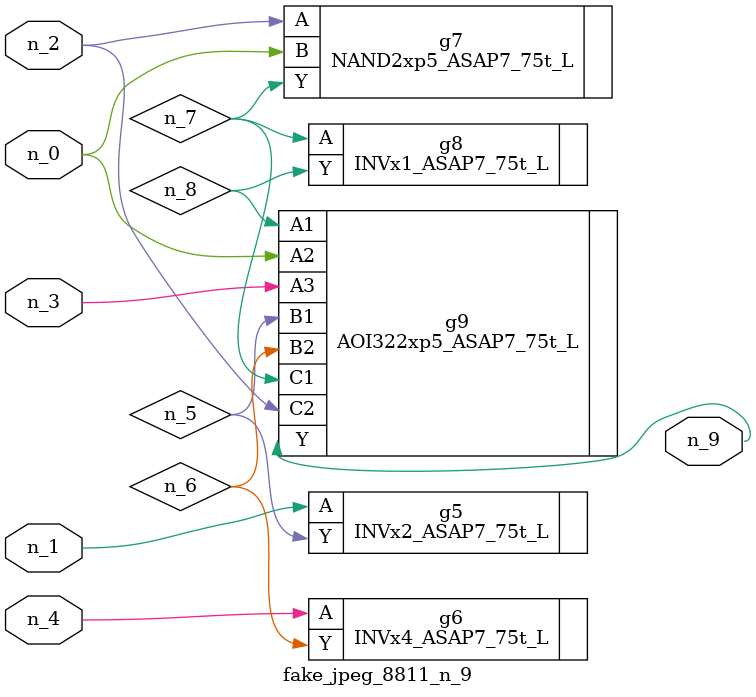
<source format=v>
module fake_jpeg_8811_n_9 (n_3, n_2, n_1, n_0, n_4, n_9);

input n_3;
input n_2;
input n_1;
input n_0;
input n_4;

output n_9;

wire n_8;
wire n_6;
wire n_5;
wire n_7;

INVx2_ASAP7_75t_L g5 ( 
.A(n_1),
.Y(n_5)
);

INVx4_ASAP7_75t_L g6 ( 
.A(n_4),
.Y(n_6)
);

NAND2xp5_ASAP7_75t_L g7 ( 
.A(n_2),
.B(n_0),
.Y(n_7)
);

INVx1_ASAP7_75t_L g8 ( 
.A(n_7),
.Y(n_8)
);

AOI322xp5_ASAP7_75t_L g9 ( 
.A1(n_8),
.A2(n_0),
.A3(n_3),
.B1(n_5),
.B2(n_6),
.C1(n_7),
.C2(n_2),
.Y(n_9)
);


endmodule
</source>
